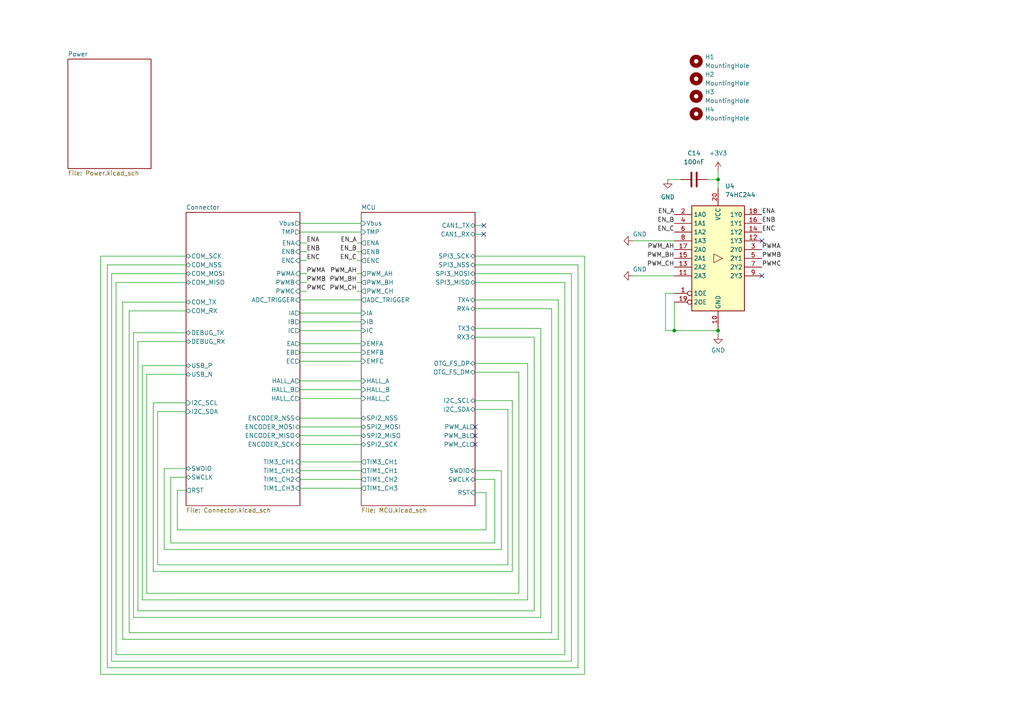
<source format=kicad_sch>
(kicad_sch (version 20211123) (generator eeschema)
  (paper "A4")
  (lib_symbols
    (symbol "74xx:74HC244"
      (property "Reference" "U" (at -7.62 16.51 0))
      (property "Value" "74HC244" (at -7.62 -16.51 0))
      (symbol "74HC244_1_0"
        (polyline (pts (xy 1.27 0) (xy -1.27 1.27) (xy -1.27 -1.27) (xy 1.27 0)) (stroke (width 0.1524)))
        (pin input inverted (at -12.7 -10.16 0) (length 5.08) (name "1OE") (number "1"))
        (pin power_in line (at 0 -20.32 90) (length 5.08) (name "GND") (number "10"))
        (pin input line (at -12.7 -5.08 0) (length 5.08) (name "2A3") (number "11"))
        (pin tri_state line (at 12.7 5.08 180) (length 5.08) (name "1Y3") (number "12"))
        (pin input line (at -12.7 -2.54 0) (length 5.08) (name "2A2") (number "13"))
        (pin tri_state line (at 12.7 7.62 180) (length 5.08) (name "1Y2") (number "14"))
        (pin input line (at -12.7 0 0) (length 5.08) (name "2A1") (number "15"))
        (pin tri_state line (at 12.7 10.16 180) (length 5.08) (name "1Y1") (number "16"))
        (pin input line (at -12.7 2.54 0) (length 5.08) (name "2A0") (number "17"))
        (pin tri_state line (at 12.7 12.7 180) (length 5.08) (name "1Y0") (number "18"))
        (pin input inverted (at -12.7 -12.7 0) (length 5.08) (name "2OE") (number "19"))
        (pin input line (at -12.7 12.7 0) (length 5.08) (name "1A0") (number "2"))
        (pin power_in line (at 0 20.32 270) (length 5.08) (name "VCC") (number "20"))
        (pin tri_state line (at 12.7 2.54 180) (length 5.08) (name "2Y0") (number "3"))
        (pin input line (at -12.7 10.16 0) (length 5.08) (name "1A1") (number "4"))
        (pin tri_state line (at 12.7 0 180) (length 5.08) (name "2Y1") (number "5"))
        (pin input line (at -12.7 7.62 0) (length 5.08) (name "1A2") (number "6"))
        (pin tri_state line (at 12.7 -2.54 180) (length 5.08) (name "2Y2") (number "7"))
        (pin input line (at -12.7 5.08 0) (length 5.08) (name "1A3") (number "8"))
        (pin tri_state line (at 12.7 -5.08 180) (length 5.08) (name "2Y3") (number "9"))
      )
      (symbol "74HC244_1_1"
        (rectangle (start -7.62 15.24) (end 7.62 -15.24) (stroke (width 0.254)) (fill (type background)))
      )
    )
    (symbol "Device:C" (pin_numbers hide) (pin_names (offset 0.254))
      (property "Reference" "C" (at 0.635 2.54 0))
      (property "Value" "C" (at 0.635 -2.54 0))
      (symbol "C_0_1"
        (polyline (pts (xy -2.032 -0.762) (xy 2.032 -0.762)) (stroke (width 0.508)))
        (polyline (pts (xy -2.032 0.762) (xy 2.032 0.762)) (stroke (width 0.508)))
      )
      (symbol "C_1_1"
        (pin passive line (at 0 3.81 270) (length 2.794) (name "~") (number "1"))
        (pin passive line (at 0 -3.81 90) (length 2.794) (name "~") (number "2"))
      )
    )
    (symbol "Mechanical:MountingHole" (pin_names (offset 1.016))
      (property "Reference" "H" (at 0 5.08 0))
      (property "Value" "MountingHole" (at 0 3.175 0))
      (symbol "MountingHole_0_1"
        (circle (center 0 0) (radius 1.27) (stroke (width 1.27)))
      )
    )
    (symbol "power:+3V3" (power) (pin_names (offset 0))
      (property "Value" "+3V3" (at 0 3.556 0))
      (symbol "+3V3_0_1"
        (polyline (pts (xy -0.762 1.27) (xy 0 2.54)))
        (polyline (pts (xy 0 0) (xy 0 2.54)))
        (polyline (pts (xy 0 2.54) (xy 0.762 1.27)))
      )
      (symbol "+3V3_1_1"
        (pin power_in line (at 0 0 90) (length 0) hide (name "+3V3") (number "1"))
      )
    )
    (symbol "power:GND" (power) (pin_names (offset 0))
      (property "Value" "GND" (at 0 -3.81 0))
      (symbol "GND_0_1"
        (polyline (pts (xy 0 0) (xy 0 -1.27) (xy 1.27 -1.27) (xy 0 -2.54) (xy -1.27 -1.27) (xy 0 -1.27)))
      )
      (symbol "GND_1_1"
        (pin power_in line (at 0 0 270) (length 0) hide (name "GND") (number "1"))
      )
    )
  )
  (junction (at 208.28 52.07))
  (junction (at 195.58 95.885))
  (junction (at 208.28 95.885))
  (no_connect (at 140.335 65.405))
  (no_connect (at 140.335 67.945))
  (no_connect (at 220.98 80.01))
  (no_connect (at 220.98 69.85))
  (no_connect (at 137.795 126.365))
  (no_connect (at 137.795 123.825))
  (no_connect (at 137.795 128.905))
  (wire (pts (xy 38.735 96.52) (xy 38.735 179.07)))
  (wire (pts (xy 167.64 76.835) (xy 137.795 76.835)))
  (wire (pts (xy 208.28 52.07) (xy 208.28 54.61)))
  (wire (pts (xy 41.275 173.99) (xy 153.035 173.99)))
  (wire (pts (xy 47.625 159.385) (xy 145.415 159.385)))
  (wire (pts (xy 86.995 139.065) (xy 104.775 139.065)))
  (wire (pts (xy 31.115 76.835) (xy 31.115 193.675)))
  (wire (pts (xy 86.995 115.57) (xy 104.775 115.57)))
  (wire (pts (xy 86.995 90.805) (xy 104.775 90.805)))
  (wire (pts (xy 53.975 119.38) (xy 45.72 119.38)))
  (wire (pts (xy 86.995 128.905) (xy 104.775 128.905)))
  (wire (pts (xy 183.515 80.01) (xy 195.58 80.01)))
  (wire (pts (xy 86.995 64.77) (xy 104.775 64.77)))
  (wire (pts (xy 153.035 173.99) (xy 153.035 105.41)))
  (wire (pts (xy 44.45 165.735) (xy 44.45 116.84)))
  (wire (pts (xy 38.735 179.07) (xy 156.845 179.07)))
  (wire (pts (xy 161.925 86.995) (xy 137.795 86.995)))
  (wire (pts (xy 53.975 108.585) (xy 42.545 108.585)))
  (wire (pts (xy 53.975 106.045) (xy 41.275 106.045)))
  (wire (pts (xy 150.495 107.95) (xy 137.795 107.95)))
  (wire (pts (xy 45.72 163.83) (xy 147.32 163.83)))
  (wire (pts (xy 49.53 138.43) (xy 49.53 157.48)))
  (wire (pts (xy 86.995 133.985) (xy 104.775 133.985)))
  (wire (pts (xy 165.735 79.375) (xy 137.795 79.375)))
  (wire (pts (xy 137.795 116.205) (xy 148.59 116.205)))
  (wire (pts (xy 163.83 189.865) (xy 163.83 81.915)))
  (wire (pts (xy 195.58 87.63) (xy 195.58 95.885)))
  (wire (pts (xy 53.975 74.295) (xy 29.21 74.295)))
  (wire (pts (xy 103.505 79.375) (xy 104.775 79.375)))
  (wire (pts (xy 53.975 99.06) (xy 40.005 99.06)))
  (wire (pts (xy 53.975 96.52) (xy 38.735 96.52)))
  (wire (pts (xy 37.465 183.515) (xy 160.02 183.515)))
  (wire (pts (xy 154.94 97.79) (xy 154.94 177.165)))
  (wire (pts (xy 86.995 70.485) (xy 88.9 70.485)))
  (wire (pts (xy 148.59 165.735) (xy 44.45 165.735)))
  (wire (pts (xy 148.59 116.205) (xy 148.59 165.735)))
  (wire (pts (xy 103.505 75.565) (xy 104.775 75.565)))
  (wire (pts (xy 49.53 157.48) (xy 143.51 157.48)))
  (wire (pts (xy 86.995 113.03) (xy 104.775 113.03)))
  (wire (pts (xy 208.28 95.885) (xy 208.28 97.155)))
  (wire (pts (xy 86.995 79.375) (xy 88.9 79.375)))
  (wire (pts (xy 86.995 126.365) (xy 104.775 126.365)))
  (wire (pts (xy 103.505 81.915) (xy 104.775 81.915)))
  (wire (pts (xy 137.795 65.405) (xy 140.335 65.405)))
  (wire (pts (xy 86.995 86.995) (xy 104.775 86.995)))
  (wire (pts (xy 31.115 193.675) (xy 167.64 193.675)))
  (wire (pts (xy 86.995 84.455) (xy 88.9 84.455)))
  (wire (pts (xy 137.795 74.295) (xy 169.545 74.295)))
  (wire (pts (xy 86.995 75.565) (xy 88.9 75.565)))
  (wire (pts (xy 193.04 85.09) (xy 193.04 95.885)))
  (wire (pts (xy 53.975 135.89) (xy 47.625 135.89)))
  (wire (pts (xy 208.28 49.53) (xy 208.28 52.07)))
  (wire (pts (xy 53.975 90.17) (xy 37.465 90.17)))
  (wire (pts (xy 86.995 81.915) (xy 88.9 81.915)))
  (wire (pts (xy 137.795 97.79) (xy 154.94 97.79)))
  (wire (pts (xy 208.28 95.25) (xy 208.28 95.885)))
  (wire (pts (xy 160.02 183.515) (xy 160.02 89.535)))
  (wire (pts (xy 41.275 106.045) (xy 41.275 173.99)))
  (wire (pts (xy 137.795 142.875) (xy 140.97 142.875)))
  (wire (pts (xy 86.995 136.525) (xy 104.775 136.525)))
  (wire (pts (xy 193.04 95.885) (xy 195.58 95.885)))
  (wire (pts (xy 193.675 52.07) (xy 197.485 52.07)))
  (wire (pts (xy 205.105 52.07) (xy 208.28 52.07)))
  (wire (pts (xy 103.505 73.025) (xy 104.775 73.025)))
  (wire (pts (xy 195.58 85.09) (xy 193.04 85.09)))
  (wire (pts (xy 137.795 67.945) (xy 140.335 67.945)))
  (wire (pts (xy 86.995 73.025) (xy 88.9 73.025)))
  (wire (pts (xy 51.435 142.24) (xy 51.435 153.67)))
  (wire (pts (xy 86.995 121.285) (xy 104.775 121.285)))
  (wire (pts (xy 183.515 69.85) (xy 195.58 69.85)))
  (wire (pts (xy 153.035 105.41) (xy 137.795 105.41)))
  (wire (pts (xy 44.45 116.84) (xy 53.975 116.84)))
  (wire (pts (xy 45.72 119.38) (xy 45.72 163.83)))
  (wire (pts (xy 143.51 157.48) (xy 143.51 139.065)))
  (wire (pts (xy 37.465 90.17) (xy 37.465 183.515)))
  (wire (pts (xy 35.56 185.42) (xy 161.925 185.42)))
  (wire (pts (xy 29.21 195.58) (xy 169.545 195.58)))
  (wire (pts (xy 86.995 123.825) (xy 104.775 123.825)))
  (wire (pts (xy 33.655 189.865) (xy 163.83 189.865)))
  (wire (pts (xy 147.32 118.745) (xy 137.795 118.745)))
  (wire (pts (xy 40.005 99.06) (xy 40.005 177.165)))
  (wire (pts (xy 53.975 79.375) (xy 32.385 79.375)))
  (wire (pts (xy 145.415 136.525) (xy 137.795 136.525)))
  (wire (pts (xy 42.545 108.585) (xy 42.545 172.085)))
  (wire (pts (xy 42.545 172.085) (xy 150.495 172.085)))
  (wire (pts (xy 103.505 70.485) (xy 104.775 70.485)))
  (wire (pts (xy 147.32 163.83) (xy 147.32 118.745)))
  (wire (pts (xy 156.845 95.25) (xy 137.795 95.25)))
  (wire (pts (xy 86.995 99.695) (xy 104.775 99.695)))
  (wire (pts (xy 29.21 74.295) (xy 29.21 195.58)))
  (wire (pts (xy 156.845 179.07) (xy 156.845 95.25)))
  (wire (pts (xy 137.795 89.535) (xy 160.02 89.535)))
  (wire (pts (xy 169.545 195.58) (xy 169.545 74.295)))
  (wire (pts (xy 86.995 141.605) (xy 104.775 141.605)))
  (wire (pts (xy 53.975 142.24) (xy 51.435 142.24)))
  (wire (pts (xy 53.975 138.43) (xy 49.53 138.43)))
  (wire (pts (xy 32.385 191.77) (xy 165.735 191.77)))
  (wire (pts (xy 40.005 177.165) (xy 154.94 177.165)))
  (wire (pts (xy 86.995 102.235) (xy 104.775 102.235)))
  (wire (pts (xy 86.995 93.345) (xy 104.775 93.345)))
  (wire (pts (xy 51.435 153.67) (xy 140.97 153.67)))
  (wire (pts (xy 140.97 153.67) (xy 140.97 142.875)))
  (wire (pts (xy 47.625 135.89) (xy 47.625 159.385)))
  (wire (pts (xy 195.58 95.885) (xy 208.28 95.885)))
  (wire (pts (xy 33.655 81.915) (xy 33.655 189.865)))
  (wire (pts (xy 53.975 76.835) (xy 31.115 76.835)))
  (wire (pts (xy 103.505 84.455) (xy 104.775 84.455)))
  (wire (pts (xy 161.925 185.42) (xy 161.925 86.995)))
  (wire (pts (xy 35.56 87.63) (xy 35.56 185.42)))
  (wire (pts (xy 150.495 172.085) (xy 150.495 107.95)))
  (wire (pts (xy 145.415 159.385) (xy 145.415 136.525)))
  (wire (pts (xy 165.735 191.77) (xy 165.735 79.375)))
  (wire (pts (xy 86.995 95.885) (xy 104.775 95.885)))
  (wire (pts (xy 167.64 193.675) (xy 167.64 76.835)))
  (wire (pts (xy 53.975 81.915) (xy 33.655 81.915)))
  (wire (pts (xy 163.83 81.915) (xy 137.795 81.915)))
  (wire (pts (xy 86.995 67.31) (xy 104.775 67.31)))
  (wire (pts (xy 53.975 87.63) (xy 35.56 87.63)))
  (wire (pts (xy 143.51 139.065) (xy 137.795 139.065)))
  (wire (pts (xy 86.995 110.49) (xy 104.775 110.49)))
  (wire (pts (xy 86.995 104.775) (xy 104.775 104.775)))
  (wire (pts (xy 32.385 79.375) (xy 32.385 191.77)))
  (label "EN_C" (at 195.58 67.31 180))
  (label "PWM_AH" (at 195.58 72.39 180))
  (label "ENC" (at 88.9 75.565 0))
  (label "PWM_BH" (at 195.58 74.93 180))
  (label "EN_A" (at 103.505 70.485 180))
  (label "ENA" (at 88.9 70.485 0))
  (label "EN_B" (at 103.505 73.025 180))
  (label "EN_A" (at 195.58 62.23 180))
  (label "PWMB" (at 220.98 74.93 0))
  (label "PWM_BH" (at 103.505 81.915 180))
  (label "PWMA" (at 88.9 79.375 0))
  (label "PWM_CH" (at 195.58 77.47 180))
  (label "ENB" (at 220.98 64.77 0))
  (label "PWMB" (at 88.9 81.915 0))
  (label "PWM_AH" (at 103.505 79.375 180))
  (label "EN_B" (at 195.58 64.77 180))
  (label "EN_C" (at 103.505 75.565 180))
  (label "PWMA" (at 220.98 72.39 0))
  (label "PWM_CH" (at 103.505 84.455 180))
  (label "PWMC" (at 220.98 77.47 0))
  (label "ENC" (at 220.98 67.31 0))
  (label "PWMC" (at 88.9 84.455 0))
  (label "ENA" (at 220.98 62.23 0))
  (label "ENB" (at 88.9 73.025 0))
  (symbol (lib_id "74xx:74HC244") (at 208.28 74.93 0) (unit 1)
    (property "Reference" "U4" (at 210.2994 53.975 0) (effects (justify left)))
    (property "Value" "74HC244" (at 210.2994 56.515 0) (effects (justify left)))
    (property "Footprint" "Package_SO:TSSOP-20_4.4x6.5mm_P0.65mm" (effects hide))
    (property "Datasheet" "https://assets.nexperia.com/documents/data-sheet/74HC_HCT244.pdf" (effects hide))
  )
  (symbol (lib_id "Device:C") (at 201.295 52.07 90) (unit 1)
    (property "Reference" "C14" (at 201.295 44.45 90))
    (property "Value" "100nF" (at 201.295 46.99 90))
    (property "Footprint" "Capacitor_SMD:C_0603_1608Metric" (effects hide))
  )
  (symbol (lib_id "power:GND") (at 183.515 69.85 270) (unit 1)
    (property "Reference" "#PWR019" (effects hide))
    (property "Value" "GND" (at 183.515 67.945 90) (effects (justify left)))
  )
  (symbol (lib_id "Mechanical:MountingHole") (at 201.93 33.02 0) (unit 1) (in_bom no)
    (property "Reference" "H4" (at 204.47 31.7499 0) (effects (justify left)))
    (property "Value" "MountingHole" (at 204.47 34.2899 0) (effects (justify left)))
    (property "Footprint" "My_hole:M3_hole" (effects hide))
  )
  (symbol (lib_id "Mechanical:MountingHole") (at 201.93 27.94 0) (unit 1) (in_bom no)
    (property "Reference" "H3" (at 204.47 26.6699 0) (effects (justify left)))
    (property "Value" "MountingHole" (at 204.47 29.2099 0) (effects (justify left)))
    (property "Footprint" "My_hole:M3_hole" (effects hide))
  )
  (symbol (lib_id "power:GND") (at 183.515 80.01 270) (unit 1)
    (property "Reference" "#PWR042" (effects hide))
    (property "Value" "GND" (at 183.515 78.105 90) (effects (justify left)))
  )
  (symbol (lib_id "Mechanical:MountingHole") (at 201.93 17.78 0) (unit 1) (in_bom no)
    (property "Reference" "H1" (at 204.47 16.5099 0) (effects (justify left)))
    (property "Value" "MountingHole" (at 204.47 19.0499 0) (effects (justify left)))
    (property "Footprint" "My_hole:M3_hole" (effects hide))
  )
  (symbol (lib_id "power:GND") (at 193.675 52.07 0) (unit 1)
    (property "Reference" "#PWR034" (effects hide))
    (property "Value" "GND" (at 193.675 57.15 0))
  )
  (symbol (lib_id "Mechanical:MountingHole") (at 201.93 22.86 0) (unit 1) (in_bom no)
    (property "Reference" "H2" (at 204.47 21.5899 0) (effects (justify left)))
    (property "Value" "MountingHole" (at 204.47 24.1299 0) (effects (justify left)))
    (property "Footprint" "My_hole:M3_hole" (effects hide))
  )
  (symbol (lib_id "power:GND") (at 208.28 97.155 0) (unit 1)
    (property "Reference" "#PWR036" (effects hide))
    (property "Value" "GND" (at 208.28 101.6 0))
  )
  (symbol (lib_id "power:+3V3") (at 208.28 49.53 0) (unit 1)
    (property "Reference" "#PWR035" (effects hide))
    (property "Value" "+3V3" (at 208.28 44.45 0))
  )
  (sheet (at 19.685 17.145) (size 24.13 31.75) (stroke (width 0.1524))
    (property "Sheet name" "Power" (at 19.685 16.4334 0) (effects (justify left bottom)))
    (property "Sheet file" "Power.kicad_sch" (at 19.685 49.4796 0) (effects (justify left top)))
  )
  (sheet (at 53.975 61.595) (size 33.02 85.09) (stroke (width 0.1524))
    (property "Sheet name" "Connector" (at 53.975 60.8834 0) (effects (justify left bottom)))
    (property "Sheet file" "Connector.kicad_sch" (at 53.975 147.2696 0) (effects (justify left top)))
    (pin "USB_P" bidirectional (at 53.975 106.045 180))
    (pin "USB_N" bidirectional (at 53.975 108.585 180))
    (pin "ENB" input (at 86.995 73.025 0))
    (pin "ENA" input (at 86.995 70.485 0))
    (pin "I2C_SDA" input (at 53.975 119.38 180))
    (pin "I2C_SCL" input (at 53.975 116.84 180))
    (pin "ENCODER_SCK" bidirectional (at 86.995 128.905 0))
    (pin "ENCODER_MISO" bidirectional (at 86.995 126.365 0))
    (pin "ENCODER_MOSI" bidirectional (at 86.995 123.825 0))
    (pin "ENCODER_NSS" bidirectional (at 86.995 121.285 0))
    (pin "HALL_C" output (at 86.995 115.57 0))
    (pin "HALL_B" output (at 86.995 113.03 0))
    (pin "HALL_A" output (at 86.995 110.49 0))
    (pin "RST" output (at 53.975 142.24 180))
    (pin "DEBUG_RX" bidirectional (at 53.975 99.06 180))
    (pin "SWDIO" bidirectional (at 53.975 135.89 180))
    (pin "SWCLK" bidirectional (at 53.975 138.43 180))
    (pin "DEBUG_TX" bidirectional (at 53.975 96.52 180))
    (pin "COM_NSS" bidirectional (at 53.975 76.835 180))
    (pin "COM_SCK" bidirectional (at 53.975 74.295 180))
    (pin "COM_TX" bidirectional (at 53.975 87.63 180))
    (pin "COM_MISO" bidirectional (at 53.975 81.915 180))
    (pin "COM_RX" bidirectional (at 53.975 90.17 180))
    (pin "COM_MOSI" bidirectional (at 53.975 79.375 180))
    (pin "Vbus" output (at 86.995 64.77 0))
    (pin "EC" output (at 86.995 104.775 0))
    (pin "EA" output (at 86.995 99.695 0))
    (pin "EB" output (at 86.995 102.235 0))
    (pin "IC" output (at 86.995 95.885 0))
    (pin "TMP" output (at 86.995 67.31 0))
    (pin "IA" output (at 86.995 90.805 0))
    (pin "IB" output (at 86.995 93.345 0))
    (pin "PWMC" input (at 86.995 84.455 0))
    (pin "PWMA" input (at 86.995 79.375 0))
    (pin "PWMB" input (at 86.995 81.915 0))
    (pin "ENC" input (at 86.995 75.565 0))
    (pin "ADC_TRIGGER" input (at 86.995 86.995 0))
    (pin "TIM3_CH1" input (at 86.995 133.985 0))
    (pin "TIM1_CH1" input (at 86.995 136.525 0))
    (pin "TIM1_CH3" input (at 86.995 141.605 0))
    (pin "TIM1_CH2" input (at 86.995 139.065 0))
  )
  (sheet (at 104.775 61.595) (size 33.02 85.09) (stroke (width 0.1524))
    (property "Sheet name" "MCU" (at 104.775 60.8834 0) (effects (justify left bottom)))
    (property "Sheet file" "MCU.kicad_sch" (at 104.775 147.2696 0) (effects (justify left top)))
    (pin "EMFB" input (at 104.775 102.235 180))
    (pin "IA" input (at 104.775 90.805 180))
    (pin "SWCLK" bidirectional (at 137.795 139.065 0))
    (pin "EMFA" input (at 104.775 99.695 180))
    (pin "SWDIO" bidirectional (at 137.795 136.525 0))
    (pin "PWM_BL" output (at 137.795 126.365 0))
    (pin "PWM_CL" output (at 137.795 128.905 0))
    (pin "SPI3_NSS" bidirectional (at 137.795 76.835 0))
    (pin "TIM1_CH2" output (at 104.775 139.065 180))
    (pin "OTG_FS_DM" bidirectional (at 137.795 107.95 0))
    (pin "PWM_AL" output (at 137.795 123.825 0))
    (pin "TIM1_CH3" output (at 104.775 141.605 180))
    (pin "OTG_FS_DP" bidirectional (at 137.795 105.41 0))
    (pin "TIM3_CH1" output (at 104.775 133.985 180))
    (pin "TIM1_CH1" output (at 104.775 136.525 180))
    (pin "TMP" input (at 104.775 67.31 180))
    (pin "IC" input (at 104.775 95.885 180))
    (pin "Vbus" input (at 104.775 64.77 180))
    (pin "IB" input (at 104.775 93.345 180))
    (pin "PWM_CH" output (at 104.775 84.455 180))
    (pin "TX4" bidirectional (at 137.795 86.995 0))
    (pin "RX4" bidirectional (at 137.795 89.535 0))
    (pin "PWM_BH" output (at 104.775 81.915 180))
    (pin "ADC_TRIGGER" output (at 104.775 86.995 180))
    (pin "SPI2_MISO" bidirectional (at 104.775 126.365 180))
    (pin "SPI2_SCK" bidirectional (at 104.775 128.905 180))
    (pin "TX3" bidirectional (at 137.795 95.25 0))
    (pin "SPI2_MOSI" bidirectional (at 104.775 123.825 180))
    (pin "CAN1_RX" bidirectional (at 137.795 67.945 0))
    (pin "SPI2_NSS" bidirectional (at 104.775 121.285 180))
    (pin "CAN1_TX" bidirectional (at 137.795 65.405 0))
    (pin "RX3" bidirectional (at 137.795 97.79 0))
    (pin "ENA" output (at 104.775 70.485 180))
    (pin "PWM_AH" output (at 104.775 79.375 180))
    (pin "EMFC" input (at 104.775 104.775 180))
    (pin "ENB" output (at 104.775 73.025 180))
    (pin "ENC" output (at 104.775 75.565 180))
    (pin "I2C_SCL" bidirectional (at 137.795 116.205 0))
    (pin "SPI3_MISO" bidirectional (at 137.795 81.915 0))
    (pin "I2C_SDA" bidirectional (at 137.795 118.745 0))
    (pin "SPI3_SCK" bidirectional (at 137.795 74.295 0))
    (pin "SPI3_MOSI" bidirectional (at 137.795 79.375 0))
    (pin "HALL_A" input (at 104.775 110.49 180))
    (pin "HALL_C" input (at 104.775 115.57 180))
    (pin "HALL_B" input (at 104.775 113.03 180))
    (pin "RST" input (at 137.795 142.875 0))
  )
)
</source>
